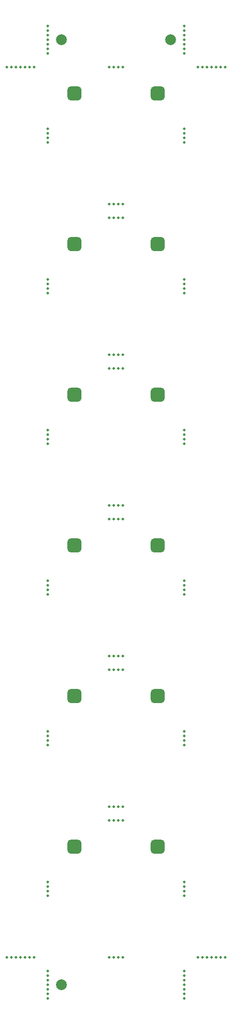
<source format=gbs>
G04 #@! TF.GenerationSoftware,KiCad,Pcbnew,6.0.2+dfsg-1*
G04 #@! TF.CreationDate,2022-10-15T22:16:15-06:00*
G04 #@! TF.ProjectId,ckt-dingdong-spk-array,636b742d-6469-46e6-9764-6f6e672d7370,rev?*
G04 #@! TF.SameCoordinates,Original*
G04 #@! TF.FileFunction,Soldermask,Bot*
G04 #@! TF.FilePolarity,Negative*
%FSLAX46Y46*%
G04 Gerber Fmt 4.6, Leading zero omitted, Abs format (unit mm)*
G04 Created by KiCad (PCBNEW 6.0.2+dfsg-1) date 2022-10-15 22:16:15*
%MOMM*%
%LPD*%
G01*
G04 APERTURE LIST*
%ADD10C,0.500000*%
%ADD11C,2.000000*%
G04 APERTURE END LIST*
D10*
X20080000Y-22620000D03*
X35743333Y-48020000D03*
X22620000Y-193646666D03*
X20080000Y-187720000D03*
X34050000Y-103900000D03*
X35743333Y-103900000D03*
X34896667Y-22620000D03*
X34896667Y-162320000D03*
X53946666Y-187720000D03*
X22620000Y-147503333D03*
X22620000Y-92470000D03*
X34896667Y-159780000D03*
X35743333Y-22620000D03*
X51406666Y-187720000D03*
X36590000Y-106440000D03*
X34896667Y-78500000D03*
X35743333Y-131840000D03*
X48020000Y-35743333D03*
X35743333Y-162320000D03*
X48020000Y-20080000D03*
X48020000Y-147503333D03*
X22620000Y-120410000D03*
X34050000Y-78500000D03*
X22620000Y-195340000D03*
X52253333Y-187720000D03*
X36590000Y-75960000D03*
X22620000Y-15846667D03*
X16693334Y-22620000D03*
X15846667Y-187720000D03*
X15000000Y-22620000D03*
X48020000Y-17540000D03*
X48020000Y-118716666D03*
X54793333Y-187720000D03*
X16693334Y-187720000D03*
X22620000Y-19233334D03*
X48020000Y-62836666D03*
X22620000Y-15000000D03*
X48020000Y-64530000D03*
X53100000Y-22620000D03*
X22620000Y-64530000D03*
X48020000Y-36590000D03*
X36590000Y-131840000D03*
X48020000Y-173750000D03*
X36590000Y-187720000D03*
X35743333Y-106440000D03*
X22620000Y-63683333D03*
X36590000Y-103900000D03*
X35743333Y-159780000D03*
X22620000Y-191953333D03*
X48020000Y-148350000D03*
X22620000Y-91623333D03*
X22620000Y-62836666D03*
X54793333Y-22620000D03*
X48020000Y-61990000D03*
X34050000Y-22620000D03*
X48020000Y-16693334D03*
X34050000Y-162320000D03*
X48020000Y-34050000D03*
X36590000Y-134380000D03*
X48020000Y-34896667D03*
X48020000Y-89930000D03*
X35743333Y-134380000D03*
X48020000Y-19233334D03*
X34050000Y-75960000D03*
X18386667Y-187720000D03*
X34050000Y-187720000D03*
X22620000Y-145810000D03*
X50560000Y-187720000D03*
X22620000Y-17540000D03*
X48020000Y-193646666D03*
X34050000Y-48020000D03*
X48020000Y-174596666D03*
X34050000Y-131840000D03*
X35743333Y-75960000D03*
X48020000Y-119563333D03*
X22620000Y-89930000D03*
X22620000Y-192800000D03*
X48020000Y-195340000D03*
X48020000Y-145810000D03*
X48020000Y-63683333D03*
X22620000Y-16693334D03*
X48020000Y-15846667D03*
X22620000Y-117870000D03*
X22620000Y-173750000D03*
X53100000Y-187720000D03*
X48020000Y-91623333D03*
X22620000Y-20080000D03*
X34896667Y-103900000D03*
X22620000Y-148350000D03*
X48020000Y-175443333D03*
X51406666Y-22620000D03*
X48020000Y-146656666D03*
X22620000Y-190260000D03*
X55640000Y-22620000D03*
X48020000Y-117870000D03*
X48020000Y-192800000D03*
X22620000Y-90776666D03*
X34896667Y-134380000D03*
X34896667Y-75960000D03*
X34896667Y-48020000D03*
X36590000Y-48020000D03*
X52253333Y-22620000D03*
X22620000Y-194493333D03*
X22620000Y-118716666D03*
X35743333Y-187720000D03*
X48020000Y-191106666D03*
X55640000Y-187720000D03*
X48020000Y-194493333D03*
X36590000Y-162320000D03*
X17540000Y-22620000D03*
X36590000Y-22620000D03*
X34896667Y-106440000D03*
X48020000Y-120410000D03*
X48020000Y-18386667D03*
X34050000Y-134380000D03*
X22620000Y-36590000D03*
X17540000Y-187720000D03*
X48020000Y-191953333D03*
X22620000Y-34050000D03*
X53946666Y-22620000D03*
X19233334Y-187720000D03*
X34050000Y-159780000D03*
X36590000Y-50560000D03*
X22620000Y-174596666D03*
X48020000Y-90776666D03*
X22620000Y-191106666D03*
X18386667Y-22620000D03*
X15000000Y-187720000D03*
X22620000Y-146656666D03*
X34896667Y-187720000D03*
X22620000Y-61990000D03*
X15846667Y-22620000D03*
X34896667Y-131840000D03*
X48020000Y-92470000D03*
X22620000Y-34896667D03*
X36590000Y-78500000D03*
X22620000Y-119563333D03*
X22620000Y-175443333D03*
X48020000Y-15000000D03*
X35743333Y-50560000D03*
X50560000Y-22620000D03*
X22620000Y-18386667D03*
X48020000Y-190260000D03*
X35743333Y-78500000D03*
X19233334Y-22620000D03*
X34050000Y-106440000D03*
X48020000Y-176290000D03*
X22620000Y-176290000D03*
X34896667Y-50560000D03*
X34050000Y-50560000D03*
X22620000Y-35743333D03*
X36590000Y-159780000D03*
D11*
X25160000Y-192800000D03*
G36*
G01*
X44396200Y-54845000D02*
X44396200Y-56095000D01*
G75*
G02*
X43695000Y-56796200I-701200J0D01*
G01*
X42445000Y-56796200D01*
G75*
G02*
X41743800Y-56095000I0J701200D01*
G01*
X41743800Y-54845000D01*
G75*
G02*
X42445000Y-54143800I701200J0D01*
G01*
X43695000Y-54143800D01*
G75*
G02*
X44396200Y-54845000I0J-701200D01*
G01*
G37*
G36*
G01*
X28896200Y-54845000D02*
X28896200Y-56095000D01*
G75*
G02*
X28195000Y-56796200I-701200J0D01*
G01*
X26945000Y-56796200D01*
G75*
G02*
X26243800Y-56095000I0J701200D01*
G01*
X26243800Y-54845000D01*
G75*
G02*
X26945000Y-54143800I701200J0D01*
G01*
X28195000Y-54143800D01*
G75*
G02*
X28896200Y-54845000I0J-701200D01*
G01*
G37*
G36*
G01*
X44396200Y-110725000D02*
X44396200Y-111975000D01*
G75*
G02*
X43695000Y-112676200I-701200J0D01*
G01*
X42445000Y-112676200D01*
G75*
G02*
X41743800Y-111975000I0J701200D01*
G01*
X41743800Y-110725000D01*
G75*
G02*
X42445000Y-110023800I701200J0D01*
G01*
X43695000Y-110023800D01*
G75*
G02*
X44396200Y-110725000I0J-701200D01*
G01*
G37*
G36*
G01*
X28896200Y-110725000D02*
X28896200Y-111975000D01*
G75*
G02*
X28195000Y-112676200I-701200J0D01*
G01*
X26945000Y-112676200D01*
G75*
G02*
X26243800Y-111975000I0J701200D01*
G01*
X26243800Y-110725000D01*
G75*
G02*
X26945000Y-110023800I701200J0D01*
G01*
X28195000Y-110023800D01*
G75*
G02*
X28896200Y-110725000I0J-701200D01*
G01*
G37*
G36*
G01*
X44396200Y-166605000D02*
X44396200Y-167855000D01*
G75*
G02*
X43695000Y-168556200I-701200J0D01*
G01*
X42445000Y-168556200D01*
G75*
G02*
X41743800Y-167855000I0J701200D01*
G01*
X41743800Y-166605000D01*
G75*
G02*
X42445000Y-165903800I701200J0D01*
G01*
X43695000Y-165903800D01*
G75*
G02*
X44396200Y-166605000I0J-701200D01*
G01*
G37*
G36*
G01*
X28896200Y-166605000D02*
X28896200Y-167855000D01*
G75*
G02*
X28195000Y-168556200I-701200J0D01*
G01*
X26945000Y-168556200D01*
G75*
G02*
X26243800Y-167855000I0J701200D01*
G01*
X26243800Y-166605000D01*
G75*
G02*
X26945000Y-165903800I701200J0D01*
G01*
X28195000Y-165903800D01*
G75*
G02*
X28896200Y-166605000I0J-701200D01*
G01*
G37*
G36*
G01*
X44396200Y-26905000D02*
X44396200Y-28155000D01*
G75*
G02*
X43695000Y-28856200I-701200J0D01*
G01*
X42445000Y-28856200D01*
G75*
G02*
X41743800Y-28155000I0J701200D01*
G01*
X41743800Y-26905000D01*
G75*
G02*
X42445000Y-26203800I701200J0D01*
G01*
X43695000Y-26203800D01*
G75*
G02*
X44396200Y-26905000I0J-701200D01*
G01*
G37*
G36*
G01*
X28896200Y-26905000D02*
X28896200Y-28155000D01*
G75*
G02*
X28195000Y-28856200I-701200J0D01*
G01*
X26945000Y-28856200D01*
G75*
G02*
X26243800Y-28155000I0J701200D01*
G01*
X26243800Y-26905000D01*
G75*
G02*
X26945000Y-26203800I701200J0D01*
G01*
X28195000Y-26203800D01*
G75*
G02*
X28896200Y-26905000I0J-701200D01*
G01*
G37*
G36*
G01*
X44396200Y-138665000D02*
X44396200Y-139915000D01*
G75*
G02*
X43695000Y-140616200I-701200J0D01*
G01*
X42445000Y-140616200D01*
G75*
G02*
X41743800Y-139915000I0J701200D01*
G01*
X41743800Y-138665000D01*
G75*
G02*
X42445000Y-137963800I701200J0D01*
G01*
X43695000Y-137963800D01*
G75*
G02*
X44396200Y-138665000I0J-701200D01*
G01*
G37*
G36*
G01*
X28896200Y-138665000D02*
X28896200Y-139915000D01*
G75*
G02*
X28195000Y-140616200I-701200J0D01*
G01*
X26945000Y-140616200D01*
G75*
G02*
X26243800Y-139915000I0J701200D01*
G01*
X26243800Y-138665000D01*
G75*
G02*
X26945000Y-137963800I701200J0D01*
G01*
X28195000Y-137963800D01*
G75*
G02*
X28896200Y-138665000I0J-701200D01*
G01*
G37*
G36*
G01*
X44396200Y-82785000D02*
X44396200Y-84035000D01*
G75*
G02*
X43695000Y-84736200I-701200J0D01*
G01*
X42445000Y-84736200D01*
G75*
G02*
X41743800Y-84035000I0J701200D01*
G01*
X41743800Y-82785000D01*
G75*
G02*
X42445000Y-82083800I701200J0D01*
G01*
X43695000Y-82083800D01*
G75*
G02*
X44396200Y-82785000I0J-701200D01*
G01*
G37*
G36*
G01*
X28896200Y-82785000D02*
X28896200Y-84035000D01*
G75*
G02*
X28195000Y-84736200I-701200J0D01*
G01*
X26945000Y-84736200D01*
G75*
G02*
X26243800Y-84035000I0J701200D01*
G01*
X26243800Y-82785000D01*
G75*
G02*
X26945000Y-82083800I701200J0D01*
G01*
X28195000Y-82083800D01*
G75*
G02*
X28896200Y-82785000I0J-701200D01*
G01*
G37*
X45480000Y-17540000D03*
X25160000Y-17540000D03*
M02*

</source>
